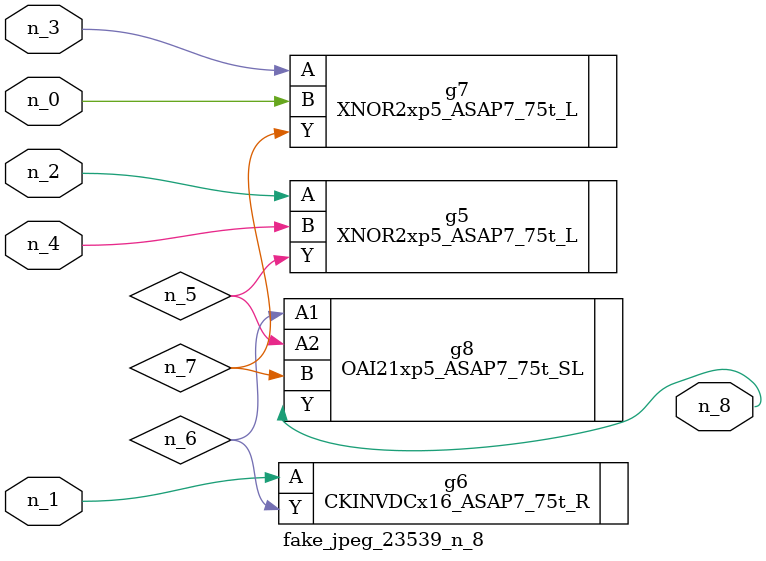
<source format=v>
module fake_jpeg_23539_n_8 (n_3, n_2, n_1, n_0, n_4, n_8);

input n_3;
input n_2;
input n_1;
input n_0;
input n_4;

output n_8;

wire n_6;
wire n_5;
wire n_7;

XNOR2xp5_ASAP7_75t_L g5 ( 
.A(n_2),
.B(n_4),
.Y(n_5)
);

CKINVDCx16_ASAP7_75t_R g6 ( 
.A(n_1),
.Y(n_6)
);

XNOR2xp5_ASAP7_75t_L g7 ( 
.A(n_3),
.B(n_0),
.Y(n_7)
);

OAI21xp5_ASAP7_75t_SL g8 ( 
.A1(n_6),
.A2(n_5),
.B(n_7),
.Y(n_8)
);


endmodule
</source>
